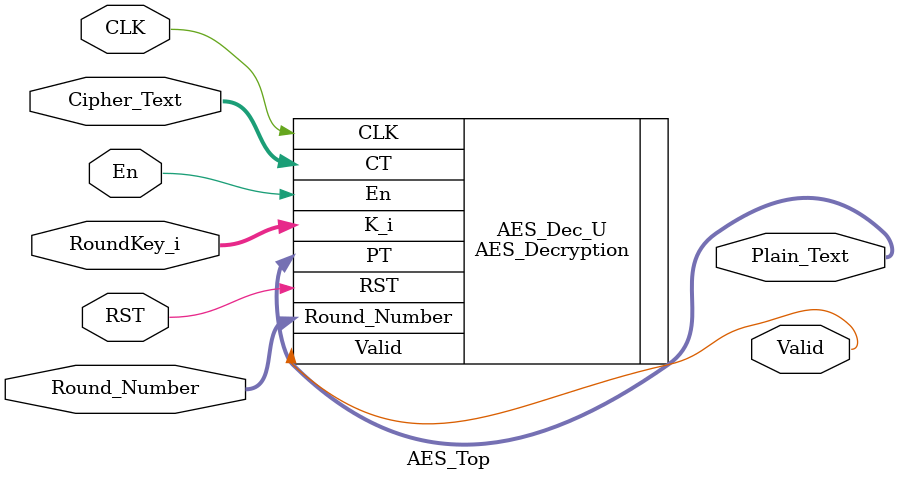
<source format=v>
module AES_Top #(parameter BLOCK_LENGTH = 128) (
    input  wire                     CLK,
    input  wire                     RST,
    input  wire                     En,
    input  wire [BLOCK_LENGTH-1:0]  Cipher_Text,  // 128-bit input ciphertext
    input  wire [BLOCK_LENGTH-1:0]  RoundKey_i,   // Iterative round key (changes each round)
    input  wire [3:0]               Round_Number, // Current round number from FSM
    output wire [BLOCK_LENGTH-1:0]  Plain_Text,   // 128-bit output plaintext
    output wire                     Valid          // High when plaintext output is valid
);

    // Instantiate the AES Decryption core (iterative version)
    AES_Decryption #(.BLOCK_LENGTH(BLOCK_LENGTH)) AES_Dec_U (
        .CLK(CLK),
        .RST(RST),
        .En(En),
        .CT(Cipher_Text),
        .K_i(RoundKey_i),
        .Round_Number(Round_Number),
        .PT(Plain_Text),
        .Valid(Valid)
    );

endmodule

</source>
